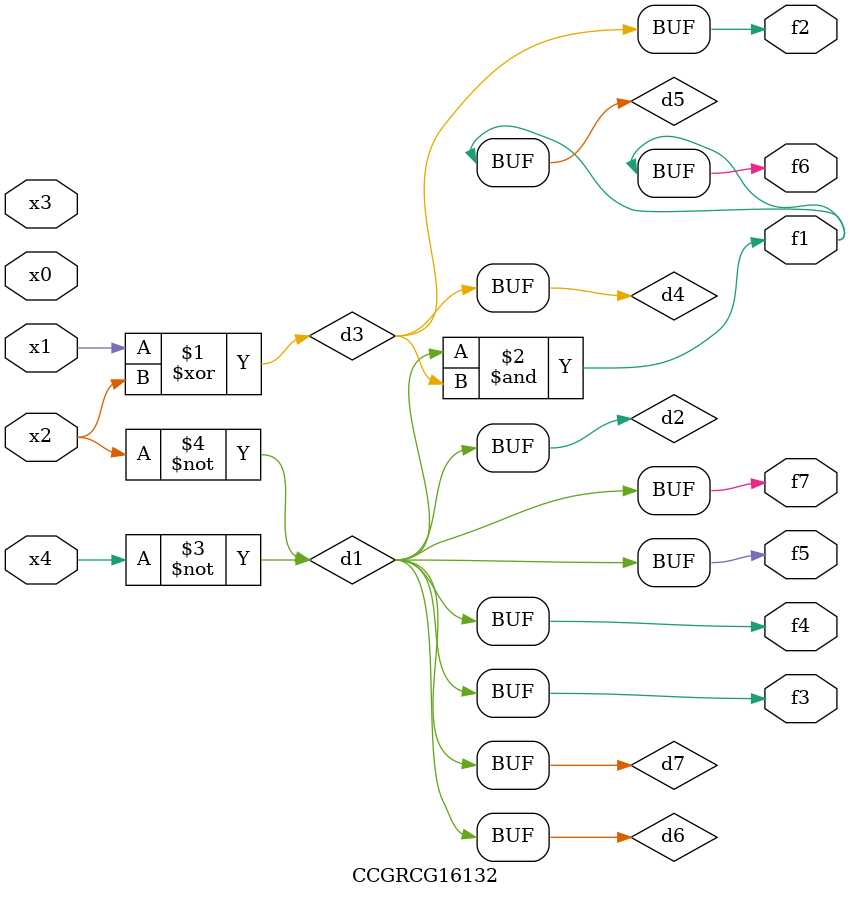
<source format=v>
module CCGRCG16132(
	input x0, x1, x2, x3, x4,
	output f1, f2, f3, f4, f5, f6, f7
);

	wire d1, d2, d3, d4, d5, d6, d7;

	not (d1, x4);
	not (d2, x2);
	xor (d3, x1, x2);
	buf (d4, d3);
	and (d5, d1, d3);
	buf (d6, d1, d2);
	buf (d7, d2);
	assign f1 = d5;
	assign f2 = d4;
	assign f3 = d7;
	assign f4 = d7;
	assign f5 = d7;
	assign f6 = d5;
	assign f7 = d7;
endmodule

</source>
